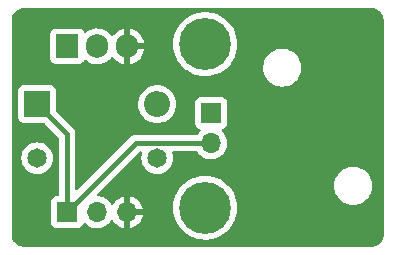
<source format=gbl>
G04 #@! TF.GenerationSoftware,KiCad,Pcbnew,(6.0.1-0)*
G04 #@! TF.CreationDate,2022-06-21T09:38:52-07:00*
G04 #@! TF.ProjectId,TapTap,54617054-6170-42e6-9b69-6361645f7063,rev?*
G04 #@! TF.SameCoordinates,Original*
G04 #@! TF.FileFunction,Copper,L2,Bot*
G04 #@! TF.FilePolarity,Positive*
%FSLAX46Y46*%
G04 Gerber Fmt 4.6, Leading zero omitted, Abs format (unit mm)*
G04 Created by KiCad (PCBNEW (6.0.1-0)) date 2022-06-21 09:38:52*
%MOMM*%
%LPD*%
G01*
G04 APERTURE LIST*
G04 #@! TA.AperFunction,ComponentPad*
%ADD10R,1.700000X1.700000*%
G04 #@! TD*
G04 #@! TA.AperFunction,ComponentPad*
%ADD11O,1.700000X1.700000*%
G04 #@! TD*
G04 #@! TA.AperFunction,ComponentPad*
%ADD12C,4.400000*%
G04 #@! TD*
G04 #@! TA.AperFunction,ComponentPad*
%ADD13R,2.200000X2.200000*%
G04 #@! TD*
G04 #@! TA.AperFunction,ComponentPad*
%ADD14O,2.200000X2.200000*%
G04 #@! TD*
G04 #@! TA.AperFunction,ComponentPad*
%ADD15R,1.905000X2.000000*%
G04 #@! TD*
G04 #@! TA.AperFunction,ComponentPad*
%ADD16O,1.905000X2.000000*%
G04 #@! TD*
G04 #@! TA.AperFunction,ComponentPad*
%ADD17C,1.651000*%
G04 #@! TD*
G04 #@! TA.AperFunction,Conductor*
%ADD18C,0.381000*%
G04 #@! TD*
G04 APERTURE END LIST*
D10*
X113284000Y-63749000D03*
D11*
X113284000Y-66289000D03*
D12*
X112776000Y-71755000D03*
D13*
X98552000Y-62992000D03*
D14*
X108712000Y-62992000D03*
D10*
X101092000Y-72136000D03*
D11*
X103632000Y-72136000D03*
X106172000Y-72136000D03*
D12*
X112776000Y-57912000D03*
D15*
X101092000Y-58095000D03*
D16*
X103632000Y-58095000D03*
X106172000Y-58095000D03*
D17*
X98552000Y-67564000D03*
X108712000Y-67564000D03*
D18*
X106939000Y-66289000D02*
X101092000Y-72136000D01*
X113284000Y-66289000D02*
X106939000Y-66289000D01*
X101092000Y-65532000D02*
X98552000Y-62992000D01*
X101092000Y-72136000D02*
X101092000Y-65532000D01*
G04 #@! TA.AperFunction,Conductor*
G36*
X126843057Y-54865500D02*
G01*
X126857858Y-54867805D01*
X126857861Y-54867805D01*
X126866730Y-54869186D01*
X126875631Y-54868022D01*
X126875635Y-54868022D01*
X126879379Y-54867532D01*
X126906693Y-54866948D01*
X126987258Y-54873996D01*
X127038449Y-54878475D01*
X127060070Y-54882287D01*
X127209848Y-54922420D01*
X127230484Y-54929931D01*
X127371010Y-54995460D01*
X127390030Y-55006442D01*
X127517046Y-55095379D01*
X127533871Y-55109497D01*
X127643503Y-55219129D01*
X127657621Y-55235954D01*
X127746558Y-55362970D01*
X127757540Y-55381990D01*
X127823069Y-55522516D01*
X127830580Y-55543152D01*
X127870713Y-55692930D01*
X127874526Y-55714555D01*
X127885449Y-55839419D01*
X127884897Y-55855879D01*
X127885305Y-55855884D01*
X127885195Y-55864858D01*
X127883814Y-55873730D01*
X127884978Y-55882632D01*
X127884978Y-55882635D01*
X127887936Y-55905251D01*
X127889000Y-55921589D01*
X127889000Y-73991672D01*
X127887500Y-74011056D01*
X127883814Y-74034730D01*
X127884978Y-74043631D01*
X127884978Y-74043635D01*
X127885468Y-74047379D01*
X127886052Y-74074693D01*
X127880231Y-74141234D01*
X127876917Y-74179119D01*
X127874526Y-74206446D01*
X127870713Y-74228070D01*
X127849618Y-74306798D01*
X127830581Y-74377846D01*
X127823069Y-74398484D01*
X127757540Y-74539010D01*
X127746558Y-74558030D01*
X127657621Y-74685046D01*
X127643503Y-74701871D01*
X127533871Y-74811503D01*
X127517046Y-74825621D01*
X127390030Y-74914558D01*
X127371010Y-74925540D01*
X127230484Y-74991069D01*
X127209848Y-74998580D01*
X127060070Y-75038713D01*
X127038448Y-75042526D01*
X127000929Y-75045808D01*
X126913581Y-75053449D01*
X126897121Y-75052897D01*
X126897116Y-75053305D01*
X126888142Y-75053195D01*
X126879270Y-75051814D01*
X126870368Y-75052978D01*
X126870365Y-75052978D01*
X126847749Y-75055936D01*
X126831411Y-75057000D01*
X97458328Y-75057000D01*
X97438943Y-75055500D01*
X97424142Y-75053195D01*
X97424139Y-75053195D01*
X97415270Y-75051814D01*
X97406369Y-75052978D01*
X97406365Y-75052978D01*
X97402621Y-75053468D01*
X97375307Y-75054052D01*
X97294742Y-75047004D01*
X97243551Y-75042525D01*
X97221930Y-75038713D01*
X97072152Y-74998580D01*
X97051516Y-74991069D01*
X96910990Y-74925540D01*
X96891970Y-74914558D01*
X96764954Y-74825621D01*
X96748129Y-74811503D01*
X96638497Y-74701871D01*
X96624379Y-74685046D01*
X96535442Y-74558030D01*
X96524460Y-74539010D01*
X96458931Y-74398484D01*
X96451419Y-74377846D01*
X96432382Y-74306798D01*
X96411287Y-74228070D01*
X96407474Y-74206445D01*
X96396551Y-74081581D01*
X96397103Y-74065121D01*
X96396695Y-74065116D01*
X96396805Y-74056142D01*
X96398186Y-74047270D01*
X96396547Y-74034730D01*
X96394064Y-74015749D01*
X96393000Y-73999411D01*
X96393000Y-67564000D01*
X97212904Y-67564000D01*
X97233248Y-67796532D01*
X97293661Y-68021998D01*
X97295983Y-68026978D01*
X97295984Y-68026980D01*
X97389983Y-68228561D01*
X97389986Y-68228566D01*
X97392309Y-68233548D01*
X97395465Y-68238055D01*
X97395466Y-68238057D01*
X97482933Y-68362972D01*
X97526193Y-68424754D01*
X97691246Y-68589807D01*
X97695754Y-68592964D01*
X97695757Y-68592966D01*
X97699075Y-68595289D01*
X97882452Y-68723691D01*
X97887434Y-68726014D01*
X97887439Y-68726017D01*
X98089020Y-68820016D01*
X98094002Y-68822339D01*
X98099310Y-68823761D01*
X98099312Y-68823762D01*
X98314153Y-68881328D01*
X98314155Y-68881328D01*
X98319468Y-68882752D01*
X98552000Y-68903096D01*
X98784532Y-68882752D01*
X98789845Y-68881328D01*
X98789847Y-68881328D01*
X99004688Y-68823762D01*
X99004690Y-68823761D01*
X99009998Y-68822339D01*
X99014980Y-68820016D01*
X99216561Y-68726017D01*
X99216566Y-68726014D01*
X99221548Y-68723691D01*
X99404925Y-68595289D01*
X99408243Y-68592966D01*
X99408246Y-68592964D01*
X99412754Y-68589807D01*
X99577807Y-68424754D01*
X99621068Y-68362972D01*
X99708534Y-68238057D01*
X99708535Y-68238055D01*
X99711691Y-68233548D01*
X99714014Y-68228566D01*
X99714017Y-68228561D01*
X99808016Y-68026980D01*
X99808017Y-68026978D01*
X99810339Y-68021998D01*
X99870752Y-67796532D01*
X99891096Y-67564000D01*
X99870752Y-67331468D01*
X99851343Y-67259031D01*
X99811762Y-67111312D01*
X99811761Y-67111310D01*
X99810339Y-67106002D01*
X99806603Y-67097990D01*
X99714017Y-66899439D01*
X99714014Y-66899434D01*
X99711691Y-66894452D01*
X99577807Y-66703246D01*
X99412754Y-66538193D01*
X99408246Y-66535036D01*
X99408243Y-66535034D01*
X99226057Y-66407466D01*
X99226055Y-66407465D01*
X99221548Y-66404309D01*
X99216566Y-66401986D01*
X99216561Y-66401983D01*
X99014980Y-66307984D01*
X99014978Y-66307983D01*
X99009998Y-66305661D01*
X99004690Y-66304239D01*
X99004688Y-66304238D01*
X98789847Y-66246672D01*
X98789845Y-66246672D01*
X98784532Y-66245248D01*
X98552000Y-66224904D01*
X98319468Y-66245248D01*
X98314155Y-66246672D01*
X98314153Y-66246672D01*
X98099312Y-66304238D01*
X98099310Y-66304239D01*
X98094002Y-66305661D01*
X98089022Y-66307983D01*
X98089020Y-66307984D01*
X97887439Y-66401983D01*
X97887434Y-66401986D01*
X97882452Y-66404309D01*
X97877945Y-66407465D01*
X97877943Y-66407466D01*
X97695757Y-66535034D01*
X97695754Y-66535036D01*
X97691246Y-66538193D01*
X97526193Y-66703246D01*
X97392309Y-66894452D01*
X97389986Y-66899434D01*
X97389983Y-66899439D01*
X97297397Y-67097990D01*
X97293661Y-67106002D01*
X97292239Y-67111310D01*
X97292238Y-67111312D01*
X97252657Y-67259031D01*
X97233248Y-67331468D01*
X97212904Y-67564000D01*
X96393000Y-67564000D01*
X96393000Y-64140134D01*
X96943500Y-64140134D01*
X96950255Y-64202316D01*
X97001385Y-64338705D01*
X97088739Y-64455261D01*
X97205295Y-64542615D01*
X97341684Y-64593745D01*
X97403866Y-64600500D01*
X99119775Y-64600500D01*
X99187896Y-64620502D01*
X99208870Y-64637405D01*
X100356095Y-65784630D01*
X100390121Y-65846942D01*
X100393000Y-65873725D01*
X100393000Y-70651500D01*
X100372998Y-70719621D01*
X100319342Y-70766114D01*
X100267000Y-70777500D01*
X100193866Y-70777500D01*
X100131684Y-70784255D01*
X99995295Y-70835385D01*
X99878739Y-70922739D01*
X99791385Y-71039295D01*
X99740255Y-71175684D01*
X99733500Y-71237866D01*
X99733500Y-73034134D01*
X99740255Y-73096316D01*
X99791385Y-73232705D01*
X99878739Y-73349261D01*
X99995295Y-73436615D01*
X100131684Y-73487745D01*
X100193866Y-73494500D01*
X101990134Y-73494500D01*
X102052316Y-73487745D01*
X102188705Y-73436615D01*
X102305261Y-73349261D01*
X102392615Y-73232705D01*
X102414799Y-73173529D01*
X102436598Y-73115382D01*
X102479240Y-73058618D01*
X102545802Y-73033918D01*
X102615150Y-73049126D01*
X102649817Y-73077114D01*
X102678250Y-73109938D01*
X102850126Y-73252632D01*
X103043000Y-73365338D01*
X103251692Y-73445030D01*
X103256760Y-73446061D01*
X103256763Y-73446062D01*
X103351862Y-73465410D01*
X103470597Y-73489567D01*
X103475772Y-73489757D01*
X103475774Y-73489757D01*
X103688673Y-73497564D01*
X103688677Y-73497564D01*
X103693837Y-73497753D01*
X103698957Y-73497097D01*
X103698959Y-73497097D01*
X103910288Y-73470025D01*
X103910289Y-73470025D01*
X103915416Y-73469368D01*
X103920366Y-73467883D01*
X104124429Y-73406661D01*
X104124434Y-73406659D01*
X104129384Y-73405174D01*
X104329994Y-73306896D01*
X104511860Y-73177173D01*
X104670096Y-73019489D01*
X104696029Y-72983400D01*
X104800453Y-72838077D01*
X104801640Y-72838930D01*
X104848960Y-72795362D01*
X104918897Y-72783145D01*
X104984338Y-72810678D01*
X105012166Y-72842511D01*
X105069694Y-72936388D01*
X105075777Y-72944699D01*
X105215213Y-73105667D01*
X105222580Y-73112883D01*
X105386434Y-73248916D01*
X105394881Y-73254831D01*
X105578756Y-73362279D01*
X105588042Y-73366729D01*
X105787001Y-73442703D01*
X105796899Y-73445579D01*
X105900250Y-73466606D01*
X105914299Y-73465410D01*
X105918000Y-73455065D01*
X105918000Y-73454517D01*
X106426000Y-73454517D01*
X106430064Y-73468359D01*
X106443478Y-73470393D01*
X106450184Y-73469534D01*
X106460262Y-73467392D01*
X106664255Y-73406191D01*
X106673842Y-73402433D01*
X106865095Y-73308739D01*
X106873945Y-73303464D01*
X107047328Y-73179792D01*
X107055200Y-73173139D01*
X107206052Y-73022812D01*
X107212730Y-73014965D01*
X107337003Y-72842020D01*
X107342313Y-72833183D01*
X107436670Y-72642267D01*
X107440469Y-72632672D01*
X107502377Y-72428910D01*
X107504555Y-72418837D01*
X107505986Y-72407962D01*
X107503775Y-72393778D01*
X107490617Y-72390000D01*
X106444115Y-72390000D01*
X106428876Y-72394475D01*
X106427671Y-72395865D01*
X106426000Y-72403548D01*
X106426000Y-73454517D01*
X105918000Y-73454517D01*
X105918000Y-71863885D01*
X106426000Y-71863885D01*
X106430475Y-71879124D01*
X106431865Y-71880329D01*
X106439548Y-71882000D01*
X107490344Y-71882000D01*
X107503875Y-71878027D01*
X107505180Y-71868947D01*
X107469421Y-71726585D01*
X110062698Y-71726585D01*
X110078936Y-72052759D01*
X110079577Y-72056490D01*
X110079578Y-72056498D01*
X110094109Y-72141060D01*
X110134241Y-72374619D01*
X110135329Y-72378258D01*
X110135330Y-72378261D01*
X110212953Y-72637811D01*
X110227814Y-72687504D01*
X110229327Y-72690975D01*
X110229329Y-72690981D01*
X110318868Y-72896416D01*
X110358297Y-72986881D01*
X110360220Y-72990152D01*
X110360222Y-72990156D01*
X110402584Y-73062215D01*
X110523802Y-73268414D01*
X110526103Y-73271429D01*
X110719631Y-73525012D01*
X110719636Y-73525017D01*
X110721931Y-73528025D01*
X110949814Y-73761953D01*
X111022635Y-73820607D01*
X111201196Y-73964431D01*
X111201201Y-73964435D01*
X111204149Y-73966809D01*
X111481253Y-74139627D01*
X111777112Y-74277903D01*
X111780721Y-74279086D01*
X112081986Y-74377846D01*
X112087440Y-74379634D01*
X112407742Y-74443346D01*
X112411514Y-74443633D01*
X112411522Y-74443634D01*
X112729602Y-74467829D01*
X112729607Y-74467829D01*
X112733379Y-74468116D01*
X113059633Y-74453586D01*
X113119425Y-74443634D01*
X113378037Y-74400590D01*
X113378042Y-74400589D01*
X113381778Y-74399967D01*
X113695149Y-74308034D01*
X113698616Y-74306544D01*
X113698620Y-74306543D01*
X113991721Y-74180616D01*
X113991723Y-74180615D01*
X113995205Y-74179119D01*
X114277601Y-74015091D01*
X114538245Y-73818324D01*
X114773363Y-73591670D01*
X114872797Y-73469534D01*
X114977155Y-73341351D01*
X114977158Y-73341347D01*
X114979549Y-73338410D01*
X115032024Y-73255242D01*
X115151788Y-73065428D01*
X115151790Y-73065425D01*
X115153815Y-73062215D01*
X115165510Y-73037531D01*
X115260004Y-72838077D01*
X115293638Y-72767084D01*
X115320188Y-72687504D01*
X115395790Y-72460897D01*
X115395792Y-72460891D01*
X115396992Y-72457293D01*
X115462381Y-72137329D01*
X115468956Y-72056498D01*
X115488674Y-71814061D01*
X115488856Y-71811826D01*
X115489451Y-71755000D01*
X115487510Y-71722796D01*
X115470026Y-71432793D01*
X115470026Y-71432789D01*
X115469798Y-71429015D01*
X115464650Y-71400824D01*
X115411805Y-71111473D01*
X115411804Y-71111469D01*
X115411125Y-71107751D01*
X115403722Y-71083907D01*
X115322084Y-70820989D01*
X115314282Y-70795863D01*
X115180670Y-70497869D01*
X115012226Y-70218084D01*
X115009899Y-70215100D01*
X115009894Y-70215093D01*
X114813726Y-69963558D01*
X114813724Y-69963556D01*
X114811390Y-69960563D01*
X114748159Y-69897000D01*
X123688028Y-69897000D01*
X123707886Y-70149324D01*
X123709040Y-70154131D01*
X123709041Y-70154137D01*
X123735016Y-70262331D01*
X123766972Y-70395436D01*
X123768865Y-70400007D01*
X123768866Y-70400009D01*
X123808052Y-70494611D01*
X123863831Y-70629274D01*
X123996078Y-70845081D01*
X124160457Y-71037543D01*
X124352919Y-71201922D01*
X124568726Y-71334169D01*
X124573296Y-71336062D01*
X124573300Y-71336064D01*
X124797704Y-71429015D01*
X124802564Y-71431028D01*
X124887655Y-71451457D01*
X125043863Y-71488959D01*
X125043869Y-71488960D01*
X125048676Y-71490114D01*
X125301000Y-71509972D01*
X125553324Y-71490114D01*
X125558131Y-71488960D01*
X125558137Y-71488959D01*
X125714345Y-71451457D01*
X125799436Y-71431028D01*
X125804296Y-71429015D01*
X126028700Y-71336064D01*
X126028704Y-71336062D01*
X126033274Y-71334169D01*
X126249081Y-71201922D01*
X126441543Y-71037543D01*
X126605922Y-70845081D01*
X126738169Y-70629274D01*
X126793949Y-70494611D01*
X126833134Y-70400009D01*
X126833135Y-70400007D01*
X126835028Y-70395436D01*
X126866984Y-70262331D01*
X126892959Y-70154137D01*
X126892960Y-70154131D01*
X126894114Y-70149324D01*
X126913972Y-69897000D01*
X126894114Y-69644676D01*
X126883629Y-69601000D01*
X126836183Y-69403376D01*
X126835028Y-69398564D01*
X126829125Y-69384313D01*
X126740064Y-69169300D01*
X126740062Y-69169296D01*
X126738169Y-69164726D01*
X126605922Y-68948919D01*
X126441543Y-68756457D01*
X126249081Y-68592078D01*
X126033274Y-68459831D01*
X126028704Y-68457938D01*
X126028700Y-68457936D01*
X125804009Y-68364866D01*
X125804007Y-68364865D01*
X125799436Y-68362972D01*
X125714345Y-68342543D01*
X125558137Y-68305041D01*
X125558131Y-68305040D01*
X125553324Y-68303886D01*
X125301000Y-68284028D01*
X125048676Y-68303886D01*
X125043869Y-68305040D01*
X125043863Y-68305041D01*
X124887655Y-68342543D01*
X124802564Y-68362972D01*
X124797993Y-68364865D01*
X124797991Y-68364866D01*
X124573300Y-68457936D01*
X124573296Y-68457938D01*
X124568726Y-68459831D01*
X124352919Y-68592078D01*
X124160457Y-68756457D01*
X123996078Y-68948919D01*
X123863831Y-69164726D01*
X123861938Y-69169296D01*
X123861936Y-69169300D01*
X123772875Y-69384313D01*
X123766972Y-69398564D01*
X123765817Y-69403376D01*
X123718372Y-69601000D01*
X123707886Y-69644676D01*
X123688028Y-69897000D01*
X114748159Y-69897000D01*
X114581070Y-69729034D01*
X114324603Y-69526852D01*
X114045705Y-69356945D01*
X114042261Y-69355379D01*
X114042257Y-69355377D01*
X113931458Y-69305000D01*
X113748414Y-69221775D01*
X113437037Y-69123300D01*
X113219492Y-69082390D01*
X113119809Y-69063645D01*
X113119807Y-69063645D01*
X113116086Y-69062945D01*
X112790208Y-69041586D01*
X112786428Y-69041794D01*
X112786427Y-69041794D01*
X112688897Y-69047162D01*
X112464124Y-69059532D01*
X112460397Y-69060193D01*
X112460393Y-69060193D01*
X112303341Y-69088027D01*
X112142557Y-69116522D01*
X112138941Y-69117624D01*
X112138933Y-69117626D01*
X111833789Y-69210627D01*
X111830167Y-69211731D01*
X111531477Y-69343781D01*
X111447081Y-69393991D01*
X111254074Y-69508817D01*
X111254068Y-69508821D01*
X111250814Y-69510757D01*
X111247812Y-69513073D01*
X111077231Y-69644676D01*
X110992244Y-69710243D01*
X110759513Y-69939347D01*
X110757149Y-69942314D01*
X110757146Y-69942317D01*
X110596213Y-70144275D01*
X110555991Y-70194751D01*
X110384626Y-70472757D01*
X110247902Y-70769336D01*
X110246741Y-70772940D01*
X110246741Y-70772941D01*
X110231876Y-70819102D01*
X110147797Y-71080192D01*
X110147079Y-71083903D01*
X110147078Y-71083907D01*
X110086482Y-71397105D01*
X110086481Y-71397114D01*
X110085763Y-71400824D01*
X110085496Y-71404600D01*
X110085495Y-71404605D01*
X110062966Y-71722796D01*
X110062698Y-71726585D01*
X107469421Y-71726585D01*
X107463214Y-71701875D01*
X107459894Y-71692124D01*
X107374972Y-71496814D01*
X107370105Y-71487739D01*
X107254426Y-71308926D01*
X107248136Y-71300757D01*
X107104806Y-71143240D01*
X107097273Y-71136215D01*
X106930139Y-71004222D01*
X106921552Y-70998517D01*
X106735117Y-70895599D01*
X106725705Y-70891369D01*
X106524959Y-70820280D01*
X106514988Y-70817646D01*
X106443837Y-70804972D01*
X106430540Y-70806432D01*
X106426000Y-70820989D01*
X106426000Y-71863885D01*
X105918000Y-71863885D01*
X105918000Y-70819102D01*
X105914082Y-70805758D01*
X105899806Y-70803771D01*
X105861324Y-70809660D01*
X105851288Y-70812051D01*
X105648868Y-70878212D01*
X105639359Y-70882209D01*
X105450463Y-70980542D01*
X105441738Y-70986036D01*
X105271433Y-71113905D01*
X105263726Y-71120748D01*
X105116590Y-71274717D01*
X105110109Y-71282722D01*
X105005498Y-71436074D01*
X104950587Y-71481076D01*
X104880062Y-71489247D01*
X104816315Y-71457993D01*
X104795618Y-71433509D01*
X104714822Y-71308617D01*
X104714820Y-71308614D01*
X104712014Y-71304277D01*
X104561670Y-71139051D01*
X104557619Y-71135852D01*
X104557615Y-71135848D01*
X104390414Y-71003800D01*
X104390410Y-71003798D01*
X104386359Y-71000598D01*
X104350028Y-70980542D01*
X104334136Y-70971769D01*
X104190789Y-70892638D01*
X104185920Y-70890914D01*
X104185916Y-70890912D01*
X103985087Y-70819795D01*
X103985083Y-70819794D01*
X103980212Y-70818069D01*
X103975119Y-70817162D01*
X103975116Y-70817161D01*
X103765373Y-70779800D01*
X103765367Y-70779799D01*
X103760284Y-70778894D01*
X103740526Y-70778653D01*
X103672656Y-70757821D01*
X103626821Y-70703603D01*
X103617574Y-70633211D01*
X103647853Y-70568994D01*
X103652969Y-70563567D01*
X107191631Y-67024905D01*
X107253943Y-66990879D01*
X107280726Y-66988000D01*
X107321073Y-66988000D01*
X107389194Y-67008002D01*
X107435687Y-67061658D01*
X107445791Y-67131932D01*
X107442780Y-67146610D01*
X107393248Y-67331468D01*
X107372904Y-67564000D01*
X107393248Y-67796532D01*
X107453661Y-68021998D01*
X107455983Y-68026978D01*
X107455984Y-68026980D01*
X107549983Y-68228561D01*
X107549986Y-68228566D01*
X107552309Y-68233548D01*
X107555465Y-68238055D01*
X107555466Y-68238057D01*
X107642933Y-68362972D01*
X107686193Y-68424754D01*
X107851246Y-68589807D01*
X107855754Y-68592964D01*
X107855757Y-68592966D01*
X107859075Y-68595289D01*
X108042452Y-68723691D01*
X108047434Y-68726014D01*
X108047439Y-68726017D01*
X108249020Y-68820016D01*
X108254002Y-68822339D01*
X108259310Y-68823761D01*
X108259312Y-68823762D01*
X108474153Y-68881328D01*
X108474155Y-68881328D01*
X108479468Y-68882752D01*
X108712000Y-68903096D01*
X108944532Y-68882752D01*
X108949845Y-68881328D01*
X108949847Y-68881328D01*
X109164688Y-68823762D01*
X109164690Y-68823761D01*
X109169998Y-68822339D01*
X109174980Y-68820016D01*
X109376561Y-68726017D01*
X109376566Y-68726014D01*
X109381548Y-68723691D01*
X109564925Y-68595289D01*
X109568243Y-68592966D01*
X109568246Y-68592964D01*
X109572754Y-68589807D01*
X109737807Y-68424754D01*
X109781068Y-68362972D01*
X109868534Y-68238057D01*
X109868535Y-68238055D01*
X109871691Y-68233548D01*
X109874014Y-68228566D01*
X109874017Y-68228561D01*
X109968016Y-68026980D01*
X109968017Y-68026978D01*
X109970339Y-68021998D01*
X110030752Y-67796532D01*
X110051096Y-67564000D01*
X110030752Y-67331468D01*
X109981220Y-67146611D01*
X109982910Y-67075635D01*
X110022704Y-67016839D01*
X110087969Y-66988891D01*
X110102927Y-66988000D01*
X112048412Y-66988000D01*
X112116533Y-67008002D01*
X112155844Y-67048165D01*
X112181285Y-67089680D01*
X112181290Y-67089686D01*
X112183987Y-67094088D01*
X112330250Y-67262938D01*
X112502126Y-67405632D01*
X112695000Y-67518338D01*
X112903692Y-67598030D01*
X112908760Y-67599061D01*
X112908763Y-67599062D01*
X113016017Y-67620883D01*
X113122597Y-67642567D01*
X113127772Y-67642757D01*
X113127774Y-67642757D01*
X113340673Y-67650564D01*
X113340677Y-67650564D01*
X113345837Y-67650753D01*
X113350957Y-67650097D01*
X113350959Y-67650097D01*
X113562288Y-67623025D01*
X113562289Y-67623025D01*
X113567416Y-67622368D01*
X113572366Y-67620883D01*
X113776429Y-67559661D01*
X113776434Y-67559659D01*
X113781384Y-67558174D01*
X113981994Y-67459896D01*
X114163860Y-67330173D01*
X114322096Y-67172489D01*
X114369872Y-67106002D01*
X114449435Y-66995277D01*
X114452453Y-66991077D01*
X114551430Y-66790811D01*
X114616370Y-66577069D01*
X114645529Y-66355590D01*
X114647156Y-66289000D01*
X114628852Y-66066361D01*
X114574431Y-65849702D01*
X114485354Y-65644840D01*
X114364014Y-65457277D01*
X114360532Y-65453450D01*
X114216798Y-65295488D01*
X114185746Y-65231642D01*
X114194141Y-65161143D01*
X114239317Y-65106375D01*
X114265761Y-65092706D01*
X114372297Y-65052767D01*
X114380705Y-65049615D01*
X114497261Y-64962261D01*
X114584615Y-64845705D01*
X114635745Y-64709316D01*
X114642500Y-64647134D01*
X114642500Y-62850866D01*
X114635745Y-62788684D01*
X114584615Y-62652295D01*
X114497261Y-62535739D01*
X114380705Y-62448385D01*
X114244316Y-62397255D01*
X114182134Y-62390500D01*
X112385866Y-62390500D01*
X112323684Y-62397255D01*
X112187295Y-62448385D01*
X112070739Y-62535739D01*
X111983385Y-62652295D01*
X111932255Y-62788684D01*
X111925500Y-62850866D01*
X111925500Y-64647134D01*
X111932255Y-64709316D01*
X111983385Y-64845705D01*
X112070739Y-64962261D01*
X112187295Y-65049615D01*
X112195704Y-65052767D01*
X112195705Y-65052768D01*
X112304451Y-65093535D01*
X112361216Y-65136176D01*
X112385916Y-65202738D01*
X112370709Y-65272087D01*
X112351316Y-65298568D01*
X112224629Y-65431138D01*
X112153775Y-65535007D01*
X112098866Y-65580007D01*
X112049689Y-65590000D01*
X106967600Y-65590000D01*
X106959029Y-65589708D01*
X106902149Y-65585830D01*
X106840065Y-65596666D01*
X106833586Y-65597622D01*
X106771040Y-65605191D01*
X106763938Y-65607875D01*
X106760456Y-65608730D01*
X106746421Y-65612570D01*
X106742973Y-65613611D01*
X106735483Y-65614918D01*
X106728522Y-65617974D01*
X106728521Y-65617974D01*
X106677805Y-65640237D01*
X106671697Y-65642730D01*
X106653543Y-65649590D01*
X106612778Y-65664994D01*
X106606512Y-65669300D01*
X106603357Y-65670950D01*
X106590565Y-65678069D01*
X106587521Y-65679869D01*
X106580567Y-65682922D01*
X106574539Y-65687547D01*
X106574538Y-65687548D01*
X106530604Y-65721260D01*
X106525267Y-65725138D01*
X106473348Y-65760821D01*
X106468296Y-65766491D01*
X106468295Y-65766492D01*
X106432482Y-65806688D01*
X106427501Y-65811964D01*
X102006095Y-70233370D01*
X101943783Y-70267396D01*
X101872968Y-70262331D01*
X101816132Y-70219784D01*
X101791321Y-70153264D01*
X101791000Y-70144275D01*
X101791000Y-65560589D01*
X101791292Y-65552019D01*
X101794653Y-65502724D01*
X101794653Y-65502720D01*
X101795169Y-65495148D01*
X101784337Y-65433085D01*
X101783375Y-65426564D01*
X101776722Y-65371582D01*
X101776721Y-65371579D01*
X101775809Y-65364040D01*
X101773123Y-65356931D01*
X101772277Y-65353488D01*
X101768414Y-65339363D01*
X101767386Y-65335958D01*
X101766081Y-65328482D01*
X101740765Y-65270810D01*
X101738277Y-65264715D01*
X101718690Y-65212880D01*
X101718689Y-65212878D01*
X101716006Y-65205778D01*
X101711709Y-65199526D01*
X101710066Y-65196383D01*
X101702971Y-65183635D01*
X101701130Y-65180523D01*
X101698077Y-65173567D01*
X101659732Y-65123593D01*
X101655861Y-65118266D01*
X101624481Y-65072607D01*
X101624480Y-65072605D01*
X101620179Y-65066348D01*
X101601399Y-65049615D01*
X101574321Y-65025490D01*
X101569045Y-65020509D01*
X100887241Y-64338705D01*
X100197405Y-63648870D01*
X100163380Y-63586558D01*
X100160500Y-63559775D01*
X100160500Y-62992000D01*
X107098526Y-62992000D01*
X107118391Y-63244403D01*
X107177495Y-63490591D01*
X107179388Y-63495162D01*
X107179389Y-63495164D01*
X107227770Y-63611965D01*
X107274384Y-63724502D01*
X107406672Y-63940376D01*
X107571102Y-64132898D01*
X107763624Y-64297328D01*
X107979498Y-64429616D01*
X107984068Y-64431509D01*
X107984072Y-64431511D01*
X108054401Y-64460642D01*
X108213409Y-64526505D01*
X108280513Y-64542615D01*
X108454784Y-64584454D01*
X108454790Y-64584455D01*
X108459597Y-64585609D01*
X108712000Y-64605474D01*
X108964403Y-64585609D01*
X108969210Y-64584455D01*
X108969216Y-64584454D01*
X109143487Y-64542615D01*
X109210591Y-64526505D01*
X109369599Y-64460642D01*
X109439928Y-64431511D01*
X109439932Y-64431509D01*
X109444502Y-64429616D01*
X109660376Y-64297328D01*
X109852898Y-64132898D01*
X110017328Y-63940376D01*
X110149616Y-63724502D01*
X110196231Y-63611965D01*
X110244611Y-63495164D01*
X110244612Y-63495162D01*
X110246505Y-63490591D01*
X110305609Y-63244403D01*
X110325474Y-62992000D01*
X110305609Y-62739597D01*
X110286669Y-62660703D01*
X110256667Y-62535739D01*
X110246505Y-62493409D01*
X110244611Y-62488836D01*
X110151511Y-62264072D01*
X110151509Y-62264068D01*
X110149616Y-62259498D01*
X110017328Y-62043624D01*
X109852898Y-61851102D01*
X109660376Y-61686672D01*
X109444502Y-61554384D01*
X109439932Y-61552491D01*
X109439928Y-61552489D01*
X109215164Y-61459389D01*
X109215162Y-61459388D01*
X109210591Y-61457495D01*
X109092458Y-61429134D01*
X108969216Y-61399546D01*
X108969210Y-61399545D01*
X108964403Y-61398391D01*
X108712000Y-61378526D01*
X108459597Y-61398391D01*
X108454790Y-61399545D01*
X108454784Y-61399546D01*
X108331542Y-61429134D01*
X108213409Y-61457495D01*
X108208838Y-61459388D01*
X108208836Y-61459389D01*
X107984072Y-61552489D01*
X107984068Y-61552491D01*
X107979498Y-61554384D01*
X107763624Y-61686672D01*
X107571102Y-61851102D01*
X107406672Y-62043624D01*
X107274384Y-62259498D01*
X107272491Y-62264068D01*
X107272489Y-62264072D01*
X107179389Y-62488836D01*
X107177495Y-62493409D01*
X107167333Y-62535739D01*
X107137332Y-62660703D01*
X107118391Y-62739597D01*
X107098526Y-62992000D01*
X100160500Y-62992000D01*
X100160500Y-61843866D01*
X100153745Y-61781684D01*
X100102615Y-61645295D01*
X100015261Y-61528739D01*
X99898705Y-61441385D01*
X99762316Y-61390255D01*
X99700134Y-61383500D01*
X97403866Y-61383500D01*
X97341684Y-61390255D01*
X97205295Y-61441385D01*
X97088739Y-61528739D01*
X97001385Y-61645295D01*
X96950255Y-61781684D01*
X96943500Y-61843866D01*
X96943500Y-64140134D01*
X96393000Y-64140134D01*
X96393000Y-59143134D01*
X99631000Y-59143134D01*
X99637755Y-59205316D01*
X99688885Y-59341705D01*
X99776239Y-59458261D01*
X99892795Y-59545615D01*
X100029184Y-59596745D01*
X100091366Y-59603500D01*
X102092634Y-59603500D01*
X102154816Y-59596745D01*
X102291205Y-59545615D01*
X102407761Y-59458261D01*
X102495115Y-59341705D01*
X102502573Y-59321811D01*
X102545213Y-59265047D01*
X102611774Y-59240346D01*
X102681123Y-59255553D01*
X102698647Y-59267158D01*
X102816670Y-59360367D01*
X102816675Y-59360370D01*
X102820724Y-59363568D01*
X102825240Y-59366061D01*
X102825243Y-59366063D01*
X103026526Y-59477177D01*
X103026530Y-59477179D01*
X103031050Y-59479674D01*
X103035919Y-59481398D01*
X103035923Y-59481400D01*
X103252640Y-59558144D01*
X103252644Y-59558145D01*
X103257515Y-59559870D01*
X103262608Y-59560777D01*
X103262611Y-59560778D01*
X103488948Y-59601095D01*
X103488954Y-59601096D01*
X103494037Y-59602001D01*
X103581400Y-59603068D01*
X103729093Y-59604873D01*
X103729095Y-59604873D01*
X103734263Y-59604936D01*
X103971744Y-59568596D01*
X104083997Y-59531906D01*
X104195183Y-59495566D01*
X104195189Y-59495563D01*
X104200101Y-59493958D01*
X104204687Y-59491571D01*
X104204691Y-59491569D01*
X104408607Y-59385416D01*
X104413200Y-59383025D01*
X104494728Y-59321812D01*
X104601185Y-59241882D01*
X104601188Y-59241880D01*
X104605320Y-59238777D01*
X104771301Y-59065088D01*
X104796840Y-59027649D01*
X104851751Y-58982648D01*
X104922275Y-58974477D01*
X104986022Y-59005731D01*
X105006716Y-59030210D01*
X105008085Y-59032326D01*
X105014378Y-59040498D01*
X105169050Y-59210480D01*
X105176583Y-59217506D01*
X105356944Y-59359945D01*
X105365531Y-59365650D01*
X105566722Y-59476714D01*
X105576134Y-59480944D01*
X105792768Y-59557659D01*
X105802739Y-59560293D01*
X105900163Y-59577647D01*
X105913460Y-59576187D01*
X105917543Y-59563096D01*
X106426000Y-59563096D01*
X106429918Y-59576440D01*
X106444194Y-59578427D01*
X106506515Y-59568890D01*
X106516543Y-59566501D01*
X106734988Y-59495102D01*
X106744497Y-59491105D01*
X106948344Y-59384989D01*
X106957069Y-59379495D01*
X107140852Y-59241507D01*
X107148559Y-59234664D01*
X107307339Y-59068509D01*
X107313826Y-59060499D01*
X107443330Y-58870653D01*
X107448429Y-58861679D01*
X107545187Y-58653231D01*
X107548750Y-58643544D01*
X107610165Y-58422092D01*
X107612096Y-58411970D01*
X107616901Y-58367013D01*
X107614253Y-58352392D01*
X107601876Y-58349000D01*
X106444115Y-58349000D01*
X106428876Y-58353475D01*
X106427671Y-58354865D01*
X106426000Y-58362548D01*
X106426000Y-59563096D01*
X105917543Y-59563096D01*
X105918000Y-59561630D01*
X105918000Y-57883585D01*
X110062698Y-57883585D01*
X110078936Y-58209759D01*
X110079577Y-58213490D01*
X110079578Y-58213498D01*
X110121906Y-58459831D01*
X110134241Y-58531619D01*
X110227814Y-58844504D01*
X110229327Y-58847975D01*
X110229329Y-58847981D01*
X110307638Y-59027650D01*
X110358297Y-59143881D01*
X110360220Y-59147152D01*
X110360222Y-59147156D01*
X110401579Y-59217506D01*
X110523802Y-59425414D01*
X110526103Y-59428429D01*
X110719631Y-59682012D01*
X110719636Y-59682017D01*
X110721931Y-59685025D01*
X110783931Y-59748670D01*
X110923626Y-59892070D01*
X110949814Y-59918953D01*
X111022635Y-59977607D01*
X111201196Y-60121431D01*
X111201201Y-60121435D01*
X111204149Y-60123809D01*
X111481253Y-60296627D01*
X111777112Y-60434903D01*
X111780721Y-60436086D01*
X111942134Y-60489000D01*
X112087440Y-60536634D01*
X112407742Y-60600346D01*
X112411514Y-60600633D01*
X112411522Y-60600634D01*
X112729602Y-60624829D01*
X112729607Y-60624829D01*
X112733379Y-60625116D01*
X113059633Y-60610586D01*
X113119425Y-60600634D01*
X113378037Y-60557590D01*
X113378042Y-60557589D01*
X113381778Y-60556967D01*
X113695149Y-60465034D01*
X113698616Y-60463544D01*
X113698620Y-60463543D01*
X113991721Y-60337616D01*
X113991723Y-60337615D01*
X113995205Y-60336119D01*
X114277601Y-60172091D01*
X114538245Y-59975324D01*
X114619494Y-59897000D01*
X117688028Y-59897000D01*
X117707886Y-60149324D01*
X117709040Y-60154131D01*
X117709041Y-60154137D01*
X117742768Y-60294618D01*
X117766972Y-60395436D01*
X117768865Y-60400007D01*
X117768866Y-60400009D01*
X117855832Y-60609962D01*
X117863831Y-60629274D01*
X117996078Y-60845081D01*
X118160457Y-61037543D01*
X118352919Y-61201922D01*
X118568726Y-61334169D01*
X118573296Y-61336062D01*
X118573300Y-61336064D01*
X118797991Y-61429134D01*
X118802564Y-61431028D01*
X118868139Y-61446771D01*
X119043863Y-61488959D01*
X119043869Y-61488960D01*
X119048676Y-61490114D01*
X119301000Y-61509972D01*
X119553324Y-61490114D01*
X119558131Y-61488960D01*
X119558137Y-61488959D01*
X119733861Y-61446771D01*
X119799436Y-61431028D01*
X119804009Y-61429134D01*
X120028700Y-61336064D01*
X120028704Y-61336062D01*
X120033274Y-61334169D01*
X120249081Y-61201922D01*
X120441543Y-61037543D01*
X120605922Y-60845081D01*
X120738169Y-60629274D01*
X120746169Y-60609962D01*
X120833134Y-60400009D01*
X120833135Y-60400007D01*
X120835028Y-60395436D01*
X120859232Y-60294618D01*
X120892959Y-60154137D01*
X120892960Y-60154131D01*
X120894114Y-60149324D01*
X120913972Y-59897000D01*
X120894114Y-59644676D01*
X120884574Y-59604936D01*
X120836183Y-59403376D01*
X120835028Y-59398564D01*
X120828592Y-59383025D01*
X120740064Y-59169300D01*
X120740062Y-59169296D01*
X120738169Y-59164726D01*
X120605922Y-58948919D01*
X120441543Y-58756457D01*
X120249081Y-58592078D01*
X120033274Y-58459831D01*
X120028704Y-58457938D01*
X120028700Y-58457936D01*
X119804009Y-58364866D01*
X119804007Y-58364865D01*
X119799436Y-58362972D01*
X119714345Y-58342543D01*
X119558137Y-58305041D01*
X119558131Y-58305040D01*
X119553324Y-58303886D01*
X119301000Y-58284028D01*
X119048676Y-58303886D01*
X119043869Y-58305040D01*
X119043863Y-58305041D01*
X118887655Y-58342543D01*
X118802564Y-58362972D01*
X118797993Y-58364865D01*
X118797991Y-58364866D01*
X118573300Y-58457936D01*
X118573296Y-58457938D01*
X118568726Y-58459831D01*
X118352919Y-58592078D01*
X118160457Y-58756457D01*
X117996078Y-58948919D01*
X117863831Y-59164726D01*
X117861938Y-59169296D01*
X117861936Y-59169300D01*
X117773408Y-59383025D01*
X117766972Y-59398564D01*
X117765817Y-59403376D01*
X117717427Y-59604936D01*
X117707886Y-59644676D01*
X117688028Y-59897000D01*
X114619494Y-59897000D01*
X114773363Y-59748670D01*
X114924444Y-59563096D01*
X114977155Y-59498351D01*
X114977158Y-59498347D01*
X114979549Y-59495410D01*
X114981570Y-59492207D01*
X115151788Y-59222428D01*
X115151790Y-59222425D01*
X115153815Y-59219215D01*
X115156895Y-59212715D01*
X115265892Y-58982648D01*
X115293638Y-58924084D01*
X115320188Y-58844504D01*
X115395790Y-58617897D01*
X115395792Y-58617891D01*
X115396992Y-58614293D01*
X115462381Y-58294329D01*
X115463188Y-58284416D01*
X115480798Y-58067899D01*
X115488856Y-57968826D01*
X115489451Y-57912000D01*
X115487510Y-57879796D01*
X115470026Y-57589793D01*
X115470026Y-57589789D01*
X115469798Y-57586015D01*
X115468742Y-57580229D01*
X115411805Y-57268473D01*
X115411804Y-57268469D01*
X115411125Y-57264751D01*
X115403722Y-57240907D01*
X115326602Y-56992540D01*
X115314282Y-56952863D01*
X115180670Y-56654869D01*
X115012226Y-56375084D01*
X115009899Y-56372100D01*
X115009894Y-56372093D01*
X114813726Y-56120558D01*
X114813724Y-56120556D01*
X114811390Y-56117563D01*
X114581070Y-55886034D01*
X114324603Y-55683852D01*
X114045705Y-55513945D01*
X114042261Y-55512379D01*
X114042257Y-55512377D01*
X113931667Y-55462095D01*
X113748414Y-55378775D01*
X113437037Y-55280300D01*
X113201217Y-55235954D01*
X113119809Y-55220645D01*
X113119807Y-55220645D01*
X113116086Y-55219945D01*
X112790208Y-55198586D01*
X112786428Y-55198794D01*
X112786427Y-55198794D01*
X112688897Y-55204162D01*
X112464124Y-55216532D01*
X112460397Y-55217193D01*
X112460393Y-55217193D01*
X112354535Y-55235954D01*
X112142557Y-55273522D01*
X112138941Y-55274624D01*
X112138933Y-55274626D01*
X111849069Y-55362970D01*
X111830167Y-55368731D01*
X111531477Y-55500781D01*
X111506041Y-55515914D01*
X111254074Y-55665817D01*
X111254068Y-55665821D01*
X111250814Y-55667757D01*
X111247812Y-55670073D01*
X111001639Y-55859995D01*
X110992244Y-55867243D01*
X110759513Y-56096347D01*
X110757149Y-56099314D01*
X110757146Y-56099317D01*
X110740220Y-56120558D01*
X110555991Y-56351751D01*
X110384626Y-56629757D01*
X110374551Y-56651611D01*
X110301301Y-56810505D01*
X110247902Y-56926336D01*
X110246741Y-56929940D01*
X110246741Y-56929941D01*
X110238563Y-56955336D01*
X110147797Y-57237192D01*
X110147079Y-57240903D01*
X110147078Y-57240907D01*
X110086482Y-57554105D01*
X110086481Y-57554114D01*
X110085763Y-57557824D01*
X110085496Y-57561600D01*
X110085495Y-57561605D01*
X110066854Y-57824889D01*
X110062698Y-57883585D01*
X105918000Y-57883585D01*
X105918000Y-57822885D01*
X106426000Y-57822885D01*
X106430475Y-57838124D01*
X106431865Y-57839329D01*
X106439548Y-57841000D01*
X107602412Y-57841000D01*
X107617141Y-57836675D01*
X107619202Y-57824889D01*
X107618249Y-57813296D01*
X107616567Y-57803134D01*
X107560578Y-57580229D01*
X107557259Y-57570481D01*
X107465615Y-57359711D01*
X107460749Y-57350636D01*
X107335915Y-57157673D01*
X107329622Y-57149502D01*
X107174950Y-56979520D01*
X107167417Y-56972494D01*
X106987056Y-56830055D01*
X106978469Y-56824350D01*
X106777278Y-56713286D01*
X106767866Y-56709056D01*
X106551232Y-56632341D01*
X106541261Y-56629707D01*
X106443837Y-56612353D01*
X106430540Y-56613813D01*
X106426000Y-56628370D01*
X106426000Y-57822885D01*
X105918000Y-57822885D01*
X105918000Y-56626904D01*
X105914082Y-56613560D01*
X105899806Y-56611573D01*
X105837485Y-56621110D01*
X105827457Y-56623499D01*
X105609012Y-56694898D01*
X105599503Y-56698895D01*
X105395656Y-56805011D01*
X105386931Y-56810505D01*
X105203148Y-56948493D01*
X105195441Y-56955336D01*
X105036661Y-57121491D01*
X105030177Y-57129498D01*
X105007763Y-57162356D01*
X104952852Y-57207359D01*
X104882328Y-57215532D01*
X104818580Y-57184278D01*
X104797884Y-57159796D01*
X104796311Y-57157365D01*
X104793502Y-57153023D01*
X104631814Y-56975330D01*
X104554983Y-56914653D01*
X104447330Y-56829633D01*
X104447325Y-56829630D01*
X104443276Y-56826432D01*
X104438760Y-56823939D01*
X104438757Y-56823937D01*
X104237474Y-56712823D01*
X104237470Y-56712821D01*
X104232950Y-56710326D01*
X104228081Y-56708602D01*
X104228077Y-56708600D01*
X104011360Y-56631856D01*
X104011356Y-56631855D01*
X104006485Y-56630130D01*
X104001392Y-56629223D01*
X104001389Y-56629222D01*
X103775052Y-56588905D01*
X103775046Y-56588904D01*
X103769963Y-56587999D01*
X103677474Y-56586869D01*
X103534907Y-56585127D01*
X103534905Y-56585127D01*
X103529737Y-56585064D01*
X103292256Y-56621404D01*
X103199837Y-56651611D01*
X103068817Y-56694434D01*
X103068811Y-56694437D01*
X103063899Y-56696042D01*
X103059313Y-56698429D01*
X103059309Y-56698431D01*
X102855393Y-56804584D01*
X102850800Y-56806975D01*
X102695717Y-56923415D01*
X102629235Y-56948320D01*
X102559839Y-56933328D01*
X102509565Y-56883198D01*
X102502085Y-56866885D01*
X102498269Y-56856707D01*
X102498267Y-56856703D01*
X102495115Y-56848295D01*
X102407761Y-56731739D01*
X102291205Y-56644385D01*
X102154816Y-56593255D01*
X102092634Y-56586500D01*
X100091366Y-56586500D01*
X100029184Y-56593255D01*
X99892795Y-56644385D01*
X99776239Y-56731739D01*
X99688885Y-56848295D01*
X99637755Y-56984684D01*
X99631000Y-57046866D01*
X99631000Y-59143134D01*
X96393000Y-59143134D01*
X96393000Y-55929328D01*
X96394500Y-55909943D01*
X96396805Y-55895142D01*
X96396805Y-55895139D01*
X96398186Y-55886270D01*
X96397022Y-55877369D01*
X96397022Y-55877365D01*
X96396532Y-55873621D01*
X96395948Y-55846307D01*
X96407474Y-55714554D01*
X96411287Y-55692930D01*
X96451420Y-55543152D01*
X96458931Y-55522516D01*
X96524460Y-55381990D01*
X96535442Y-55362970D01*
X96624379Y-55235954D01*
X96638497Y-55219129D01*
X96748129Y-55109497D01*
X96764954Y-55095379D01*
X96891970Y-55006442D01*
X96910990Y-54995460D01*
X97051516Y-54929931D01*
X97072152Y-54922420D01*
X97221930Y-54882287D01*
X97243552Y-54878474D01*
X97281071Y-54875192D01*
X97368419Y-54867551D01*
X97384879Y-54868103D01*
X97384884Y-54867695D01*
X97393858Y-54867805D01*
X97402730Y-54869186D01*
X97411632Y-54868022D01*
X97411635Y-54868022D01*
X97434251Y-54865064D01*
X97450589Y-54864000D01*
X126823672Y-54864000D01*
X126843057Y-54865500D01*
G37*
G04 #@! TD.AperFunction*
M02*

</source>
